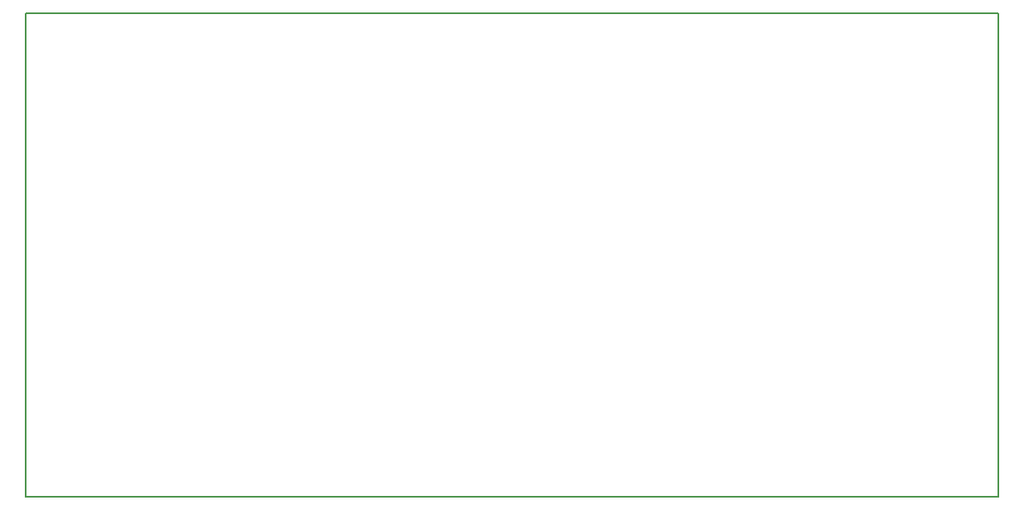
<source format=gbr>
%TF.GenerationSoftware,KiCad,Pcbnew,(6.0.7)*%
%TF.CreationDate,2022-09-09T14:56:33-07:00*%
%TF.ProjectId,12AQ5 osc amp,31324151-3520-46f7-9363-20616d702e6b,rev?*%
%TF.SameCoordinates,Original*%
%TF.FileFunction,Profile,NP*%
%FSLAX46Y46*%
G04 Gerber Fmt 4.6, Leading zero omitted, Abs format (unit mm)*
G04 Created by KiCad (PCBNEW (6.0.7)) date 2022-09-09 14:56:33*
%MOMM*%
%LPD*%
G01*
G04 APERTURE LIST*
%TA.AperFunction,Profile*%
%ADD10C,0.200000*%
%TD*%
G04 APERTURE END LIST*
D10*
X123500000Y-111700000D02*
X24050000Y-111700000D01*
X24050000Y-111700000D02*
X24050000Y-161150000D01*
X24050000Y-161150000D02*
X123500000Y-161150000D01*
X123500000Y-161150000D02*
X123500000Y-111700000D01*
M02*

</source>
